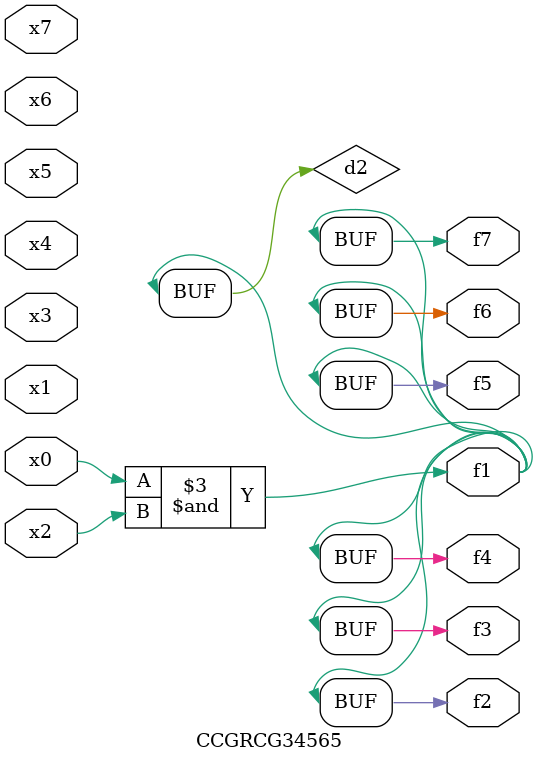
<source format=v>
module CCGRCG34565(
	input x0, x1, x2, x3, x4, x5, x6, x7,
	output f1, f2, f3, f4, f5, f6, f7
);

	wire d1, d2;

	nor (d1, x3, x6);
	and (d2, x0, x2);
	assign f1 = d2;
	assign f2 = d2;
	assign f3 = d2;
	assign f4 = d2;
	assign f5 = d2;
	assign f6 = d2;
	assign f7 = d2;
endmodule

</source>
